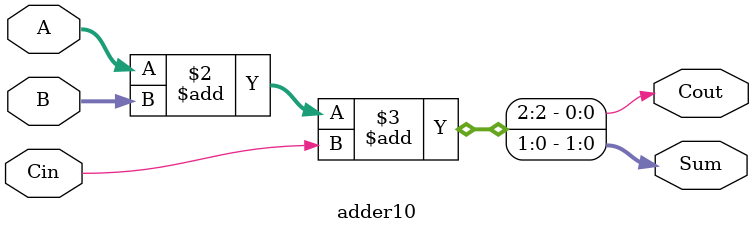
<source format=v>

module adder10(A, B, Sum, Cin, Cout);

    input [1:0] A,B;
    output reg [1:0] Sum;
    input Cin;
    output reg Cout;

    always @(*) begin
        {Cout,Sum} = A + B + Cin;
    end

endmodule

</source>
